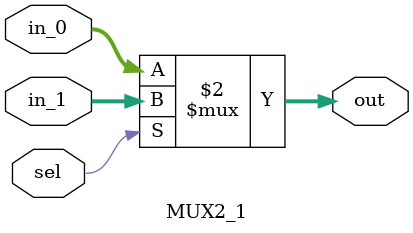
<source format=v>
`timescale 1ns / 1ps


module MUX2_1(in_0, in_1, sel, out);

    parameter bit = 32;

    input            sel;
    input  [bit-1:0] in_0, in_1;
    output [bit-1:0] out;

    assign out = (sel == 0) ? in_0 : in_1;

endmodule

</source>
